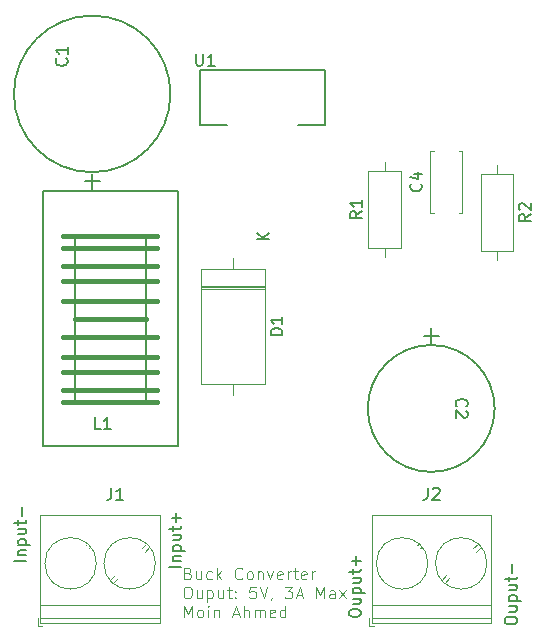
<source format=gbr>
%TF.GenerationSoftware,KiCad,Pcbnew,8.0.5*%
%TF.CreationDate,2024-10-22T15:17:33-04:00*%
%TF.ProjectId,buck_converter_lm2596_5V,6275636b-5f63-46f6-9e76-65727465725f,rev?*%
%TF.SameCoordinates,Original*%
%TF.FileFunction,Legend,Top*%
%TF.FilePolarity,Positive*%
%FSLAX46Y46*%
G04 Gerber Fmt 4.6, Leading zero omitted, Abs format (unit mm)*
G04 Created by KiCad (PCBNEW 8.0.5) date 2024-10-22 15:17:33*
%MOMM*%
%LPD*%
G01*
G04 APERTURE LIST*
%ADD10C,0.150000*%
%ADD11C,0.100000*%
%ADD12C,0.152400*%
%ADD13C,0.120000*%
%ADD14C,0.127000*%
%ADD15C,0.406400*%
G04 APERTURE END LIST*
D10*
X140839819Y-101771220D02*
X139839819Y-101771220D01*
X140173152Y-101295030D02*
X140839819Y-101295030D01*
X140268390Y-101295030D02*
X140220771Y-101247411D01*
X140220771Y-101247411D02*
X140173152Y-101152173D01*
X140173152Y-101152173D02*
X140173152Y-101009316D01*
X140173152Y-101009316D02*
X140220771Y-100914078D01*
X140220771Y-100914078D02*
X140316009Y-100866459D01*
X140316009Y-100866459D02*
X140839819Y-100866459D01*
X140173152Y-100390268D02*
X141173152Y-100390268D01*
X140220771Y-100390268D02*
X140173152Y-100295030D01*
X140173152Y-100295030D02*
X140173152Y-100104554D01*
X140173152Y-100104554D02*
X140220771Y-100009316D01*
X140220771Y-100009316D02*
X140268390Y-99961697D01*
X140268390Y-99961697D02*
X140363628Y-99914078D01*
X140363628Y-99914078D02*
X140649342Y-99914078D01*
X140649342Y-99914078D02*
X140744580Y-99961697D01*
X140744580Y-99961697D02*
X140792200Y-100009316D01*
X140792200Y-100009316D02*
X140839819Y-100104554D01*
X140839819Y-100104554D02*
X140839819Y-100295030D01*
X140839819Y-100295030D02*
X140792200Y-100390268D01*
X140173152Y-99056935D02*
X140839819Y-99056935D01*
X140173152Y-99485506D02*
X140696961Y-99485506D01*
X140696961Y-99485506D02*
X140792200Y-99437887D01*
X140792200Y-99437887D02*
X140839819Y-99342649D01*
X140839819Y-99342649D02*
X140839819Y-99199792D01*
X140839819Y-99199792D02*
X140792200Y-99104554D01*
X140792200Y-99104554D02*
X140744580Y-99056935D01*
X140173152Y-98723601D02*
X140173152Y-98342649D01*
X139839819Y-98580744D02*
X140696961Y-98580744D01*
X140696961Y-98580744D02*
X140792200Y-98533125D01*
X140792200Y-98533125D02*
X140839819Y-98437887D01*
X140839819Y-98437887D02*
X140839819Y-98342649D01*
X140458866Y-98009315D02*
X140458866Y-97247411D01*
X153920819Y-102279220D02*
X152920819Y-102279220D01*
X153254152Y-101803030D02*
X153920819Y-101803030D01*
X153349390Y-101803030D02*
X153301771Y-101755411D01*
X153301771Y-101755411D02*
X153254152Y-101660173D01*
X153254152Y-101660173D02*
X153254152Y-101517316D01*
X153254152Y-101517316D02*
X153301771Y-101422078D01*
X153301771Y-101422078D02*
X153397009Y-101374459D01*
X153397009Y-101374459D02*
X153920819Y-101374459D01*
X153254152Y-100898268D02*
X154254152Y-100898268D01*
X153301771Y-100898268D02*
X153254152Y-100803030D01*
X153254152Y-100803030D02*
X153254152Y-100612554D01*
X153254152Y-100612554D02*
X153301771Y-100517316D01*
X153301771Y-100517316D02*
X153349390Y-100469697D01*
X153349390Y-100469697D02*
X153444628Y-100422078D01*
X153444628Y-100422078D02*
X153730342Y-100422078D01*
X153730342Y-100422078D02*
X153825580Y-100469697D01*
X153825580Y-100469697D02*
X153873200Y-100517316D01*
X153873200Y-100517316D02*
X153920819Y-100612554D01*
X153920819Y-100612554D02*
X153920819Y-100803030D01*
X153920819Y-100803030D02*
X153873200Y-100898268D01*
X153254152Y-99564935D02*
X153920819Y-99564935D01*
X153254152Y-99993506D02*
X153777961Y-99993506D01*
X153777961Y-99993506D02*
X153873200Y-99945887D01*
X153873200Y-99945887D02*
X153920819Y-99850649D01*
X153920819Y-99850649D02*
X153920819Y-99707792D01*
X153920819Y-99707792D02*
X153873200Y-99612554D01*
X153873200Y-99612554D02*
X153825580Y-99564935D01*
X153254152Y-99231601D02*
X153254152Y-98850649D01*
X152920819Y-99088744D02*
X153777961Y-99088744D01*
X153777961Y-99088744D02*
X153873200Y-99041125D01*
X153873200Y-99041125D02*
X153920819Y-98945887D01*
X153920819Y-98945887D02*
X153920819Y-98850649D01*
X153539866Y-98517315D02*
X153539866Y-97755411D01*
X153920819Y-98136363D02*
X153158914Y-98136363D01*
D11*
X154561217Y-102808721D02*
X154704074Y-102856340D01*
X154704074Y-102856340D02*
X154751693Y-102903959D01*
X154751693Y-102903959D02*
X154799312Y-102999197D01*
X154799312Y-102999197D02*
X154799312Y-103142054D01*
X154799312Y-103142054D02*
X154751693Y-103237292D01*
X154751693Y-103237292D02*
X154704074Y-103284912D01*
X154704074Y-103284912D02*
X154608836Y-103332531D01*
X154608836Y-103332531D02*
X154227884Y-103332531D01*
X154227884Y-103332531D02*
X154227884Y-102332531D01*
X154227884Y-102332531D02*
X154561217Y-102332531D01*
X154561217Y-102332531D02*
X154656455Y-102380150D01*
X154656455Y-102380150D02*
X154704074Y-102427769D01*
X154704074Y-102427769D02*
X154751693Y-102523007D01*
X154751693Y-102523007D02*
X154751693Y-102618245D01*
X154751693Y-102618245D02*
X154704074Y-102713483D01*
X154704074Y-102713483D02*
X154656455Y-102761102D01*
X154656455Y-102761102D02*
X154561217Y-102808721D01*
X154561217Y-102808721D02*
X154227884Y-102808721D01*
X155656455Y-102665864D02*
X155656455Y-103332531D01*
X155227884Y-102665864D02*
X155227884Y-103189673D01*
X155227884Y-103189673D02*
X155275503Y-103284912D01*
X155275503Y-103284912D02*
X155370741Y-103332531D01*
X155370741Y-103332531D02*
X155513598Y-103332531D01*
X155513598Y-103332531D02*
X155608836Y-103284912D01*
X155608836Y-103284912D02*
X155656455Y-103237292D01*
X156561217Y-103284912D02*
X156465979Y-103332531D01*
X156465979Y-103332531D02*
X156275503Y-103332531D01*
X156275503Y-103332531D02*
X156180265Y-103284912D01*
X156180265Y-103284912D02*
X156132646Y-103237292D01*
X156132646Y-103237292D02*
X156085027Y-103142054D01*
X156085027Y-103142054D02*
X156085027Y-102856340D01*
X156085027Y-102856340D02*
X156132646Y-102761102D01*
X156132646Y-102761102D02*
X156180265Y-102713483D01*
X156180265Y-102713483D02*
X156275503Y-102665864D01*
X156275503Y-102665864D02*
X156465979Y-102665864D01*
X156465979Y-102665864D02*
X156561217Y-102713483D01*
X156989789Y-103332531D02*
X156989789Y-102332531D01*
X157085027Y-102951578D02*
X157370741Y-103332531D01*
X157370741Y-102665864D02*
X156989789Y-103046816D01*
X159132646Y-103237292D02*
X159085027Y-103284912D01*
X159085027Y-103284912D02*
X158942170Y-103332531D01*
X158942170Y-103332531D02*
X158846932Y-103332531D01*
X158846932Y-103332531D02*
X158704075Y-103284912D01*
X158704075Y-103284912D02*
X158608837Y-103189673D01*
X158608837Y-103189673D02*
X158561218Y-103094435D01*
X158561218Y-103094435D02*
X158513599Y-102903959D01*
X158513599Y-102903959D02*
X158513599Y-102761102D01*
X158513599Y-102761102D02*
X158561218Y-102570626D01*
X158561218Y-102570626D02*
X158608837Y-102475388D01*
X158608837Y-102475388D02*
X158704075Y-102380150D01*
X158704075Y-102380150D02*
X158846932Y-102332531D01*
X158846932Y-102332531D02*
X158942170Y-102332531D01*
X158942170Y-102332531D02*
X159085027Y-102380150D01*
X159085027Y-102380150D02*
X159132646Y-102427769D01*
X159704075Y-103332531D02*
X159608837Y-103284912D01*
X159608837Y-103284912D02*
X159561218Y-103237292D01*
X159561218Y-103237292D02*
X159513599Y-103142054D01*
X159513599Y-103142054D02*
X159513599Y-102856340D01*
X159513599Y-102856340D02*
X159561218Y-102761102D01*
X159561218Y-102761102D02*
X159608837Y-102713483D01*
X159608837Y-102713483D02*
X159704075Y-102665864D01*
X159704075Y-102665864D02*
X159846932Y-102665864D01*
X159846932Y-102665864D02*
X159942170Y-102713483D01*
X159942170Y-102713483D02*
X159989789Y-102761102D01*
X159989789Y-102761102D02*
X160037408Y-102856340D01*
X160037408Y-102856340D02*
X160037408Y-103142054D01*
X160037408Y-103142054D02*
X159989789Y-103237292D01*
X159989789Y-103237292D02*
X159942170Y-103284912D01*
X159942170Y-103284912D02*
X159846932Y-103332531D01*
X159846932Y-103332531D02*
X159704075Y-103332531D01*
X160465980Y-102665864D02*
X160465980Y-103332531D01*
X160465980Y-102761102D02*
X160513599Y-102713483D01*
X160513599Y-102713483D02*
X160608837Y-102665864D01*
X160608837Y-102665864D02*
X160751694Y-102665864D01*
X160751694Y-102665864D02*
X160846932Y-102713483D01*
X160846932Y-102713483D02*
X160894551Y-102808721D01*
X160894551Y-102808721D02*
X160894551Y-103332531D01*
X161275504Y-102665864D02*
X161513599Y-103332531D01*
X161513599Y-103332531D02*
X161751694Y-102665864D01*
X162513599Y-103284912D02*
X162418361Y-103332531D01*
X162418361Y-103332531D02*
X162227885Y-103332531D01*
X162227885Y-103332531D02*
X162132647Y-103284912D01*
X162132647Y-103284912D02*
X162085028Y-103189673D01*
X162085028Y-103189673D02*
X162085028Y-102808721D01*
X162085028Y-102808721D02*
X162132647Y-102713483D01*
X162132647Y-102713483D02*
X162227885Y-102665864D01*
X162227885Y-102665864D02*
X162418361Y-102665864D01*
X162418361Y-102665864D02*
X162513599Y-102713483D01*
X162513599Y-102713483D02*
X162561218Y-102808721D01*
X162561218Y-102808721D02*
X162561218Y-102903959D01*
X162561218Y-102903959D02*
X162085028Y-102999197D01*
X162989790Y-103332531D02*
X162989790Y-102665864D01*
X162989790Y-102856340D02*
X163037409Y-102761102D01*
X163037409Y-102761102D02*
X163085028Y-102713483D01*
X163085028Y-102713483D02*
X163180266Y-102665864D01*
X163180266Y-102665864D02*
X163275504Y-102665864D01*
X163465981Y-102665864D02*
X163846933Y-102665864D01*
X163608838Y-102332531D02*
X163608838Y-103189673D01*
X163608838Y-103189673D02*
X163656457Y-103284912D01*
X163656457Y-103284912D02*
X163751695Y-103332531D01*
X163751695Y-103332531D02*
X163846933Y-103332531D01*
X164561219Y-103284912D02*
X164465981Y-103332531D01*
X164465981Y-103332531D02*
X164275505Y-103332531D01*
X164275505Y-103332531D02*
X164180267Y-103284912D01*
X164180267Y-103284912D02*
X164132648Y-103189673D01*
X164132648Y-103189673D02*
X164132648Y-102808721D01*
X164132648Y-102808721D02*
X164180267Y-102713483D01*
X164180267Y-102713483D02*
X164275505Y-102665864D01*
X164275505Y-102665864D02*
X164465981Y-102665864D01*
X164465981Y-102665864D02*
X164561219Y-102713483D01*
X164561219Y-102713483D02*
X164608838Y-102808721D01*
X164608838Y-102808721D02*
X164608838Y-102903959D01*
X164608838Y-102903959D02*
X164132648Y-102999197D01*
X165037410Y-103332531D02*
X165037410Y-102665864D01*
X165037410Y-102856340D02*
X165085029Y-102761102D01*
X165085029Y-102761102D02*
X165132648Y-102713483D01*
X165132648Y-102713483D02*
X165227886Y-102665864D01*
X165227886Y-102665864D02*
X165323124Y-102665864D01*
X154418360Y-103942475D02*
X154608836Y-103942475D01*
X154608836Y-103942475D02*
X154704074Y-103990094D01*
X154704074Y-103990094D02*
X154799312Y-104085332D01*
X154799312Y-104085332D02*
X154846931Y-104275808D01*
X154846931Y-104275808D02*
X154846931Y-104609141D01*
X154846931Y-104609141D02*
X154799312Y-104799617D01*
X154799312Y-104799617D02*
X154704074Y-104894856D01*
X154704074Y-104894856D02*
X154608836Y-104942475D01*
X154608836Y-104942475D02*
X154418360Y-104942475D01*
X154418360Y-104942475D02*
X154323122Y-104894856D01*
X154323122Y-104894856D02*
X154227884Y-104799617D01*
X154227884Y-104799617D02*
X154180265Y-104609141D01*
X154180265Y-104609141D02*
X154180265Y-104275808D01*
X154180265Y-104275808D02*
X154227884Y-104085332D01*
X154227884Y-104085332D02*
X154323122Y-103990094D01*
X154323122Y-103990094D02*
X154418360Y-103942475D01*
X155704074Y-104275808D02*
X155704074Y-104942475D01*
X155275503Y-104275808D02*
X155275503Y-104799617D01*
X155275503Y-104799617D02*
X155323122Y-104894856D01*
X155323122Y-104894856D02*
X155418360Y-104942475D01*
X155418360Y-104942475D02*
X155561217Y-104942475D01*
X155561217Y-104942475D02*
X155656455Y-104894856D01*
X155656455Y-104894856D02*
X155704074Y-104847236D01*
X156180265Y-104275808D02*
X156180265Y-105275808D01*
X156180265Y-104323427D02*
X156275503Y-104275808D01*
X156275503Y-104275808D02*
X156465979Y-104275808D01*
X156465979Y-104275808D02*
X156561217Y-104323427D01*
X156561217Y-104323427D02*
X156608836Y-104371046D01*
X156608836Y-104371046D02*
X156656455Y-104466284D01*
X156656455Y-104466284D02*
X156656455Y-104751998D01*
X156656455Y-104751998D02*
X156608836Y-104847236D01*
X156608836Y-104847236D02*
X156561217Y-104894856D01*
X156561217Y-104894856D02*
X156465979Y-104942475D01*
X156465979Y-104942475D02*
X156275503Y-104942475D01*
X156275503Y-104942475D02*
X156180265Y-104894856D01*
X157513598Y-104275808D02*
X157513598Y-104942475D01*
X157085027Y-104275808D02*
X157085027Y-104799617D01*
X157085027Y-104799617D02*
X157132646Y-104894856D01*
X157132646Y-104894856D02*
X157227884Y-104942475D01*
X157227884Y-104942475D02*
X157370741Y-104942475D01*
X157370741Y-104942475D02*
X157465979Y-104894856D01*
X157465979Y-104894856D02*
X157513598Y-104847236D01*
X157846932Y-104275808D02*
X158227884Y-104275808D01*
X157989789Y-103942475D02*
X157989789Y-104799617D01*
X157989789Y-104799617D02*
X158037408Y-104894856D01*
X158037408Y-104894856D02*
X158132646Y-104942475D01*
X158132646Y-104942475D02*
X158227884Y-104942475D01*
X158561218Y-104847236D02*
X158608837Y-104894856D01*
X158608837Y-104894856D02*
X158561218Y-104942475D01*
X158561218Y-104942475D02*
X158513599Y-104894856D01*
X158513599Y-104894856D02*
X158561218Y-104847236D01*
X158561218Y-104847236D02*
X158561218Y-104942475D01*
X158561218Y-104323427D02*
X158608837Y-104371046D01*
X158608837Y-104371046D02*
X158561218Y-104418665D01*
X158561218Y-104418665D02*
X158513599Y-104371046D01*
X158513599Y-104371046D02*
X158561218Y-104323427D01*
X158561218Y-104323427D02*
X158561218Y-104418665D01*
X160275503Y-103942475D02*
X159799313Y-103942475D01*
X159799313Y-103942475D02*
X159751694Y-104418665D01*
X159751694Y-104418665D02*
X159799313Y-104371046D01*
X159799313Y-104371046D02*
X159894551Y-104323427D01*
X159894551Y-104323427D02*
X160132646Y-104323427D01*
X160132646Y-104323427D02*
X160227884Y-104371046D01*
X160227884Y-104371046D02*
X160275503Y-104418665D01*
X160275503Y-104418665D02*
X160323122Y-104513903D01*
X160323122Y-104513903D02*
X160323122Y-104751998D01*
X160323122Y-104751998D02*
X160275503Y-104847236D01*
X160275503Y-104847236D02*
X160227884Y-104894856D01*
X160227884Y-104894856D02*
X160132646Y-104942475D01*
X160132646Y-104942475D02*
X159894551Y-104942475D01*
X159894551Y-104942475D02*
X159799313Y-104894856D01*
X159799313Y-104894856D02*
X159751694Y-104847236D01*
X160608837Y-103942475D02*
X160942170Y-104942475D01*
X160942170Y-104942475D02*
X161275503Y-103942475D01*
X161656456Y-104894856D02*
X161656456Y-104942475D01*
X161656456Y-104942475D02*
X161608837Y-105037713D01*
X161608837Y-105037713D02*
X161561218Y-105085332D01*
X162751694Y-103942475D02*
X163370741Y-103942475D01*
X163370741Y-103942475D02*
X163037408Y-104323427D01*
X163037408Y-104323427D02*
X163180265Y-104323427D01*
X163180265Y-104323427D02*
X163275503Y-104371046D01*
X163275503Y-104371046D02*
X163323122Y-104418665D01*
X163323122Y-104418665D02*
X163370741Y-104513903D01*
X163370741Y-104513903D02*
X163370741Y-104751998D01*
X163370741Y-104751998D02*
X163323122Y-104847236D01*
X163323122Y-104847236D02*
X163275503Y-104894856D01*
X163275503Y-104894856D02*
X163180265Y-104942475D01*
X163180265Y-104942475D02*
X162894551Y-104942475D01*
X162894551Y-104942475D02*
X162799313Y-104894856D01*
X162799313Y-104894856D02*
X162751694Y-104847236D01*
X163751694Y-104656760D02*
X164227884Y-104656760D01*
X163656456Y-104942475D02*
X163989789Y-103942475D01*
X163989789Y-103942475D02*
X164323122Y-104942475D01*
X165418361Y-104942475D02*
X165418361Y-103942475D01*
X165418361Y-103942475D02*
X165751694Y-104656760D01*
X165751694Y-104656760D02*
X166085027Y-103942475D01*
X166085027Y-103942475D02*
X166085027Y-104942475D01*
X166989789Y-104942475D02*
X166989789Y-104418665D01*
X166989789Y-104418665D02*
X166942170Y-104323427D01*
X166942170Y-104323427D02*
X166846932Y-104275808D01*
X166846932Y-104275808D02*
X166656456Y-104275808D01*
X166656456Y-104275808D02*
X166561218Y-104323427D01*
X166989789Y-104894856D02*
X166894551Y-104942475D01*
X166894551Y-104942475D02*
X166656456Y-104942475D01*
X166656456Y-104942475D02*
X166561218Y-104894856D01*
X166561218Y-104894856D02*
X166513599Y-104799617D01*
X166513599Y-104799617D02*
X166513599Y-104704379D01*
X166513599Y-104704379D02*
X166561218Y-104609141D01*
X166561218Y-104609141D02*
X166656456Y-104561522D01*
X166656456Y-104561522D02*
X166894551Y-104561522D01*
X166894551Y-104561522D02*
X166989789Y-104513903D01*
X167370742Y-104942475D02*
X167894551Y-104275808D01*
X167370742Y-104275808D02*
X167894551Y-104942475D01*
X154227884Y-106552419D02*
X154227884Y-105552419D01*
X154227884Y-105552419D02*
X154561217Y-106266704D01*
X154561217Y-106266704D02*
X154894550Y-105552419D01*
X154894550Y-105552419D02*
X154894550Y-106552419D01*
X155513598Y-106552419D02*
X155418360Y-106504800D01*
X155418360Y-106504800D02*
X155370741Y-106457180D01*
X155370741Y-106457180D02*
X155323122Y-106361942D01*
X155323122Y-106361942D02*
X155323122Y-106076228D01*
X155323122Y-106076228D02*
X155370741Y-105980990D01*
X155370741Y-105980990D02*
X155418360Y-105933371D01*
X155418360Y-105933371D02*
X155513598Y-105885752D01*
X155513598Y-105885752D02*
X155656455Y-105885752D01*
X155656455Y-105885752D02*
X155751693Y-105933371D01*
X155751693Y-105933371D02*
X155799312Y-105980990D01*
X155799312Y-105980990D02*
X155846931Y-106076228D01*
X155846931Y-106076228D02*
X155846931Y-106361942D01*
X155846931Y-106361942D02*
X155799312Y-106457180D01*
X155799312Y-106457180D02*
X155751693Y-106504800D01*
X155751693Y-106504800D02*
X155656455Y-106552419D01*
X155656455Y-106552419D02*
X155513598Y-106552419D01*
X156275503Y-106552419D02*
X156275503Y-105885752D01*
X156275503Y-105552419D02*
X156227884Y-105600038D01*
X156227884Y-105600038D02*
X156275503Y-105647657D01*
X156275503Y-105647657D02*
X156323122Y-105600038D01*
X156323122Y-105600038D02*
X156275503Y-105552419D01*
X156275503Y-105552419D02*
X156275503Y-105647657D01*
X156751693Y-105885752D02*
X156751693Y-106552419D01*
X156751693Y-105980990D02*
X156799312Y-105933371D01*
X156799312Y-105933371D02*
X156894550Y-105885752D01*
X156894550Y-105885752D02*
X157037407Y-105885752D01*
X157037407Y-105885752D02*
X157132645Y-105933371D01*
X157132645Y-105933371D02*
X157180264Y-106028609D01*
X157180264Y-106028609D02*
X157180264Y-106552419D01*
X158370741Y-106266704D02*
X158846931Y-106266704D01*
X158275503Y-106552419D02*
X158608836Y-105552419D01*
X158608836Y-105552419D02*
X158942169Y-106552419D01*
X159275503Y-106552419D02*
X159275503Y-105552419D01*
X159704074Y-106552419D02*
X159704074Y-106028609D01*
X159704074Y-106028609D02*
X159656455Y-105933371D01*
X159656455Y-105933371D02*
X159561217Y-105885752D01*
X159561217Y-105885752D02*
X159418360Y-105885752D01*
X159418360Y-105885752D02*
X159323122Y-105933371D01*
X159323122Y-105933371D02*
X159275503Y-105980990D01*
X160180265Y-106552419D02*
X160180265Y-105885752D01*
X160180265Y-105980990D02*
X160227884Y-105933371D01*
X160227884Y-105933371D02*
X160323122Y-105885752D01*
X160323122Y-105885752D02*
X160465979Y-105885752D01*
X160465979Y-105885752D02*
X160561217Y-105933371D01*
X160561217Y-105933371D02*
X160608836Y-106028609D01*
X160608836Y-106028609D02*
X160608836Y-106552419D01*
X160608836Y-106028609D02*
X160656455Y-105933371D01*
X160656455Y-105933371D02*
X160751693Y-105885752D01*
X160751693Y-105885752D02*
X160894550Y-105885752D01*
X160894550Y-105885752D02*
X160989789Y-105933371D01*
X160989789Y-105933371D02*
X161037408Y-106028609D01*
X161037408Y-106028609D02*
X161037408Y-106552419D01*
X161894550Y-106504800D02*
X161799312Y-106552419D01*
X161799312Y-106552419D02*
X161608836Y-106552419D01*
X161608836Y-106552419D02*
X161513598Y-106504800D01*
X161513598Y-106504800D02*
X161465979Y-106409561D01*
X161465979Y-106409561D02*
X161465979Y-106028609D01*
X161465979Y-106028609D02*
X161513598Y-105933371D01*
X161513598Y-105933371D02*
X161608836Y-105885752D01*
X161608836Y-105885752D02*
X161799312Y-105885752D01*
X161799312Y-105885752D02*
X161894550Y-105933371D01*
X161894550Y-105933371D02*
X161942169Y-106028609D01*
X161942169Y-106028609D02*
X161942169Y-106123847D01*
X161942169Y-106123847D02*
X161465979Y-106219085D01*
X162799312Y-106552419D02*
X162799312Y-105552419D01*
X162799312Y-106504800D02*
X162704074Y-106552419D01*
X162704074Y-106552419D02*
X162513598Y-106552419D01*
X162513598Y-106552419D02*
X162418360Y-106504800D01*
X162418360Y-106504800D02*
X162370741Y-106457180D01*
X162370741Y-106457180D02*
X162323122Y-106361942D01*
X162323122Y-106361942D02*
X162323122Y-106076228D01*
X162323122Y-106076228D02*
X162370741Y-105980990D01*
X162370741Y-105980990D02*
X162418360Y-105933371D01*
X162418360Y-105933371D02*
X162513598Y-105885752D01*
X162513598Y-105885752D02*
X162704074Y-105885752D01*
X162704074Y-105885752D02*
X162799312Y-105933371D01*
D10*
X168160819Y-106279744D02*
X168160819Y-106089268D01*
X168160819Y-106089268D02*
X168208438Y-105994030D01*
X168208438Y-105994030D02*
X168303676Y-105898792D01*
X168303676Y-105898792D02*
X168494152Y-105851173D01*
X168494152Y-105851173D02*
X168827485Y-105851173D01*
X168827485Y-105851173D02*
X169017961Y-105898792D01*
X169017961Y-105898792D02*
X169113200Y-105994030D01*
X169113200Y-105994030D02*
X169160819Y-106089268D01*
X169160819Y-106089268D02*
X169160819Y-106279744D01*
X169160819Y-106279744D02*
X169113200Y-106374982D01*
X169113200Y-106374982D02*
X169017961Y-106470220D01*
X169017961Y-106470220D02*
X168827485Y-106517839D01*
X168827485Y-106517839D02*
X168494152Y-106517839D01*
X168494152Y-106517839D02*
X168303676Y-106470220D01*
X168303676Y-106470220D02*
X168208438Y-106374982D01*
X168208438Y-106374982D02*
X168160819Y-106279744D01*
X168494152Y-104994030D02*
X169160819Y-104994030D01*
X168494152Y-105422601D02*
X169017961Y-105422601D01*
X169017961Y-105422601D02*
X169113200Y-105374982D01*
X169113200Y-105374982D02*
X169160819Y-105279744D01*
X169160819Y-105279744D02*
X169160819Y-105136887D01*
X169160819Y-105136887D02*
X169113200Y-105041649D01*
X169113200Y-105041649D02*
X169065580Y-104994030D01*
X168494152Y-104517839D02*
X169494152Y-104517839D01*
X168541771Y-104517839D02*
X168494152Y-104422601D01*
X168494152Y-104422601D02*
X168494152Y-104232125D01*
X168494152Y-104232125D02*
X168541771Y-104136887D01*
X168541771Y-104136887D02*
X168589390Y-104089268D01*
X168589390Y-104089268D02*
X168684628Y-104041649D01*
X168684628Y-104041649D02*
X168970342Y-104041649D01*
X168970342Y-104041649D02*
X169065580Y-104089268D01*
X169065580Y-104089268D02*
X169113200Y-104136887D01*
X169113200Y-104136887D02*
X169160819Y-104232125D01*
X169160819Y-104232125D02*
X169160819Y-104422601D01*
X169160819Y-104422601D02*
X169113200Y-104517839D01*
X168494152Y-103184506D02*
X169160819Y-103184506D01*
X168494152Y-103613077D02*
X169017961Y-103613077D01*
X169017961Y-103613077D02*
X169113200Y-103565458D01*
X169113200Y-103565458D02*
X169160819Y-103470220D01*
X169160819Y-103470220D02*
X169160819Y-103327363D01*
X169160819Y-103327363D02*
X169113200Y-103232125D01*
X169113200Y-103232125D02*
X169065580Y-103184506D01*
X168494152Y-102851172D02*
X168494152Y-102470220D01*
X168160819Y-102708315D02*
X169017961Y-102708315D01*
X169017961Y-102708315D02*
X169113200Y-102660696D01*
X169113200Y-102660696D02*
X169160819Y-102565458D01*
X169160819Y-102565458D02*
X169160819Y-102470220D01*
X168779866Y-102136886D02*
X168779866Y-101374982D01*
X169160819Y-101755934D02*
X168398914Y-101755934D01*
X181368819Y-106914744D02*
X181368819Y-106724268D01*
X181368819Y-106724268D02*
X181416438Y-106629030D01*
X181416438Y-106629030D02*
X181511676Y-106533792D01*
X181511676Y-106533792D02*
X181702152Y-106486173D01*
X181702152Y-106486173D02*
X182035485Y-106486173D01*
X182035485Y-106486173D02*
X182225961Y-106533792D01*
X182225961Y-106533792D02*
X182321200Y-106629030D01*
X182321200Y-106629030D02*
X182368819Y-106724268D01*
X182368819Y-106724268D02*
X182368819Y-106914744D01*
X182368819Y-106914744D02*
X182321200Y-107009982D01*
X182321200Y-107009982D02*
X182225961Y-107105220D01*
X182225961Y-107105220D02*
X182035485Y-107152839D01*
X182035485Y-107152839D02*
X181702152Y-107152839D01*
X181702152Y-107152839D02*
X181511676Y-107105220D01*
X181511676Y-107105220D02*
X181416438Y-107009982D01*
X181416438Y-107009982D02*
X181368819Y-106914744D01*
X181702152Y-105629030D02*
X182368819Y-105629030D01*
X181702152Y-106057601D02*
X182225961Y-106057601D01*
X182225961Y-106057601D02*
X182321200Y-106009982D01*
X182321200Y-106009982D02*
X182368819Y-105914744D01*
X182368819Y-105914744D02*
X182368819Y-105771887D01*
X182368819Y-105771887D02*
X182321200Y-105676649D01*
X182321200Y-105676649D02*
X182273580Y-105629030D01*
X181702152Y-105152839D02*
X182702152Y-105152839D01*
X181749771Y-105152839D02*
X181702152Y-105057601D01*
X181702152Y-105057601D02*
X181702152Y-104867125D01*
X181702152Y-104867125D02*
X181749771Y-104771887D01*
X181749771Y-104771887D02*
X181797390Y-104724268D01*
X181797390Y-104724268D02*
X181892628Y-104676649D01*
X181892628Y-104676649D02*
X182178342Y-104676649D01*
X182178342Y-104676649D02*
X182273580Y-104724268D01*
X182273580Y-104724268D02*
X182321200Y-104771887D01*
X182321200Y-104771887D02*
X182368819Y-104867125D01*
X182368819Y-104867125D02*
X182368819Y-105057601D01*
X182368819Y-105057601D02*
X182321200Y-105152839D01*
X181702152Y-103819506D02*
X182368819Y-103819506D01*
X181702152Y-104248077D02*
X182225961Y-104248077D01*
X182225961Y-104248077D02*
X182321200Y-104200458D01*
X182321200Y-104200458D02*
X182368819Y-104105220D01*
X182368819Y-104105220D02*
X182368819Y-103962363D01*
X182368819Y-103962363D02*
X182321200Y-103867125D01*
X182321200Y-103867125D02*
X182273580Y-103819506D01*
X181702152Y-103486172D02*
X181702152Y-103105220D01*
X181368819Y-103343315D02*
X182225961Y-103343315D01*
X182225961Y-103343315D02*
X182321200Y-103295696D01*
X182321200Y-103295696D02*
X182368819Y-103200458D01*
X182368819Y-103200458D02*
X182368819Y-103105220D01*
X181987866Y-102771886D02*
X181987866Y-102009982D01*
X155219495Y-58840019D02*
X155219495Y-59649542D01*
X155219495Y-59649542D02*
X155267114Y-59744780D01*
X155267114Y-59744780D02*
X155314733Y-59792400D01*
X155314733Y-59792400D02*
X155409971Y-59840019D01*
X155409971Y-59840019D02*
X155600447Y-59840019D01*
X155600447Y-59840019D02*
X155695685Y-59792400D01*
X155695685Y-59792400D02*
X155743304Y-59744780D01*
X155743304Y-59744780D02*
X155790923Y-59649542D01*
X155790923Y-59649542D02*
X155790923Y-58840019D01*
X156790923Y-59840019D02*
X156219495Y-59840019D01*
X156505209Y-59840019D02*
X156505209Y-58840019D01*
X156505209Y-58840019D02*
X156409971Y-58982876D01*
X156409971Y-58982876D02*
X156314733Y-59078114D01*
X156314733Y-59078114D02*
X156219495Y-59125733D01*
X174262580Y-69849666D02*
X174310200Y-69897285D01*
X174310200Y-69897285D02*
X174357819Y-70040142D01*
X174357819Y-70040142D02*
X174357819Y-70135380D01*
X174357819Y-70135380D02*
X174310200Y-70278237D01*
X174310200Y-70278237D02*
X174214961Y-70373475D01*
X174214961Y-70373475D02*
X174119723Y-70421094D01*
X174119723Y-70421094D02*
X173929247Y-70468713D01*
X173929247Y-70468713D02*
X173786390Y-70468713D01*
X173786390Y-70468713D02*
X173595914Y-70421094D01*
X173595914Y-70421094D02*
X173500676Y-70373475D01*
X173500676Y-70373475D02*
X173405438Y-70278237D01*
X173405438Y-70278237D02*
X173357819Y-70135380D01*
X173357819Y-70135380D02*
X173357819Y-70040142D01*
X173357819Y-70040142D02*
X173405438Y-69897285D01*
X173405438Y-69897285D02*
X173453057Y-69849666D01*
X173691152Y-68992523D02*
X174357819Y-68992523D01*
X173310200Y-69230618D02*
X174024485Y-69468713D01*
X174024485Y-69468713D02*
X174024485Y-68849666D01*
X148042666Y-95585819D02*
X148042666Y-96300104D01*
X148042666Y-96300104D02*
X147995047Y-96442961D01*
X147995047Y-96442961D02*
X147899809Y-96538200D01*
X147899809Y-96538200D02*
X147756952Y-96585819D01*
X147756952Y-96585819D02*
X147661714Y-96585819D01*
X149042666Y-96585819D02*
X148471238Y-96585819D01*
X148756952Y-96585819D02*
X148756952Y-95585819D01*
X148756952Y-95585819D02*
X148661714Y-95728676D01*
X148661714Y-95728676D02*
X148566476Y-95823914D01*
X148566476Y-95823914D02*
X148471238Y-95871533D01*
X169280819Y-72175666D02*
X168804628Y-72508999D01*
X169280819Y-72747094D02*
X168280819Y-72747094D01*
X168280819Y-72747094D02*
X168280819Y-72366142D01*
X168280819Y-72366142D02*
X168328438Y-72270904D01*
X168328438Y-72270904D02*
X168376057Y-72223285D01*
X168376057Y-72223285D02*
X168471295Y-72175666D01*
X168471295Y-72175666D02*
X168614152Y-72175666D01*
X168614152Y-72175666D02*
X168709390Y-72223285D01*
X168709390Y-72223285D02*
X168757009Y-72270904D01*
X168757009Y-72270904D02*
X168804628Y-72366142D01*
X168804628Y-72366142D02*
X168804628Y-72747094D01*
X169280819Y-71223285D02*
X169280819Y-71794713D01*
X169280819Y-71508999D02*
X168280819Y-71508999D01*
X168280819Y-71508999D02*
X168423676Y-71604237D01*
X168423676Y-71604237D02*
X168518914Y-71699475D01*
X168518914Y-71699475D02*
X168566533Y-71794713D01*
X174839666Y-95585819D02*
X174839666Y-96300104D01*
X174839666Y-96300104D02*
X174792047Y-96442961D01*
X174792047Y-96442961D02*
X174696809Y-96538200D01*
X174696809Y-96538200D02*
X174553952Y-96585819D01*
X174553952Y-96585819D02*
X174458714Y-96585819D01*
X175268238Y-95681057D02*
X175315857Y-95633438D01*
X175315857Y-95633438D02*
X175411095Y-95585819D01*
X175411095Y-95585819D02*
X175649190Y-95585819D01*
X175649190Y-95585819D02*
X175744428Y-95633438D01*
X175744428Y-95633438D02*
X175792047Y-95681057D01*
X175792047Y-95681057D02*
X175839666Y-95776295D01*
X175839666Y-95776295D02*
X175839666Y-95871533D01*
X175839666Y-95871533D02*
X175792047Y-96014390D01*
X175792047Y-96014390D02*
X175220619Y-96585819D01*
X175220619Y-96585819D02*
X175839666Y-96585819D01*
X147153333Y-90624819D02*
X146677143Y-90624819D01*
X146677143Y-90624819D02*
X146677143Y-89624819D01*
X148010476Y-90624819D02*
X147439048Y-90624819D01*
X147724762Y-90624819D02*
X147724762Y-89624819D01*
X147724762Y-89624819D02*
X147629524Y-89767676D01*
X147629524Y-89767676D02*
X147534286Y-89862914D01*
X147534286Y-89862914D02*
X147439048Y-89910533D01*
X177313419Y-88695233D02*
X177265800Y-88647614D01*
X177265800Y-88647614D02*
X177218180Y-88504757D01*
X177218180Y-88504757D02*
X177218180Y-88409519D01*
X177218180Y-88409519D02*
X177265800Y-88266662D01*
X177265800Y-88266662D02*
X177361038Y-88171424D01*
X177361038Y-88171424D02*
X177456276Y-88123805D01*
X177456276Y-88123805D02*
X177646752Y-88076186D01*
X177646752Y-88076186D02*
X177789609Y-88076186D01*
X177789609Y-88076186D02*
X177980085Y-88123805D01*
X177980085Y-88123805D02*
X178075323Y-88171424D01*
X178075323Y-88171424D02*
X178170561Y-88266662D01*
X178170561Y-88266662D02*
X178218180Y-88409519D01*
X178218180Y-88409519D02*
X178218180Y-88504757D01*
X178218180Y-88504757D02*
X178170561Y-88647614D01*
X178170561Y-88647614D02*
X178122942Y-88695233D01*
X178122942Y-89076186D02*
X178170561Y-89123805D01*
X178170561Y-89123805D02*
X178218180Y-89219043D01*
X178218180Y-89219043D02*
X178218180Y-89457138D01*
X178218180Y-89457138D02*
X178170561Y-89552376D01*
X178170561Y-89552376D02*
X178122942Y-89599995D01*
X178122942Y-89599995D02*
X178027704Y-89647614D01*
X178027704Y-89647614D02*
X177932466Y-89647614D01*
X177932466Y-89647614D02*
X177789609Y-89599995D01*
X177789609Y-89599995D02*
X177218180Y-89028567D01*
X177218180Y-89028567D02*
X177218180Y-89647614D01*
X162543819Y-82653094D02*
X161543819Y-82653094D01*
X161543819Y-82653094D02*
X161543819Y-82414999D01*
X161543819Y-82414999D02*
X161591438Y-82272142D01*
X161591438Y-82272142D02*
X161686676Y-82176904D01*
X161686676Y-82176904D02*
X161781914Y-82129285D01*
X161781914Y-82129285D02*
X161972390Y-82081666D01*
X161972390Y-82081666D02*
X162115247Y-82081666D01*
X162115247Y-82081666D02*
X162305723Y-82129285D01*
X162305723Y-82129285D02*
X162400961Y-82176904D01*
X162400961Y-82176904D02*
X162496200Y-82272142D01*
X162496200Y-82272142D02*
X162543819Y-82414999D01*
X162543819Y-82414999D02*
X162543819Y-82653094D01*
X162543819Y-81129285D02*
X162543819Y-81700713D01*
X162543819Y-81414999D02*
X161543819Y-81414999D01*
X161543819Y-81414999D02*
X161686676Y-81510237D01*
X161686676Y-81510237D02*
X161781914Y-81605475D01*
X161781914Y-81605475D02*
X161829533Y-81700713D01*
X161423819Y-74556904D02*
X160423819Y-74556904D01*
X161423819Y-73985476D02*
X160852390Y-74414047D01*
X160423819Y-73985476D02*
X160995247Y-74556904D01*
X144250580Y-59221666D02*
X144298200Y-59269285D01*
X144298200Y-59269285D02*
X144345819Y-59412142D01*
X144345819Y-59412142D02*
X144345819Y-59507380D01*
X144345819Y-59507380D02*
X144298200Y-59650237D01*
X144298200Y-59650237D02*
X144202961Y-59745475D01*
X144202961Y-59745475D02*
X144107723Y-59793094D01*
X144107723Y-59793094D02*
X143917247Y-59840713D01*
X143917247Y-59840713D02*
X143774390Y-59840713D01*
X143774390Y-59840713D02*
X143583914Y-59793094D01*
X143583914Y-59793094D02*
X143488676Y-59745475D01*
X143488676Y-59745475D02*
X143393438Y-59650237D01*
X143393438Y-59650237D02*
X143345819Y-59507380D01*
X143345819Y-59507380D02*
X143345819Y-59412142D01*
X143345819Y-59412142D02*
X143393438Y-59269285D01*
X143393438Y-59269285D02*
X143441057Y-59221666D01*
X144345819Y-58269285D02*
X144345819Y-58840713D01*
X144345819Y-58554999D02*
X143345819Y-58554999D01*
X143345819Y-58554999D02*
X143488676Y-58650237D01*
X143488676Y-58650237D02*
X143583914Y-58745475D01*
X143583914Y-58745475D02*
X143631533Y-58840713D01*
X183545819Y-72429666D02*
X183069628Y-72762999D01*
X183545819Y-73001094D02*
X182545819Y-73001094D01*
X182545819Y-73001094D02*
X182545819Y-72620142D01*
X182545819Y-72620142D02*
X182593438Y-72524904D01*
X182593438Y-72524904D02*
X182641057Y-72477285D01*
X182641057Y-72477285D02*
X182736295Y-72429666D01*
X182736295Y-72429666D02*
X182879152Y-72429666D01*
X182879152Y-72429666D02*
X182974390Y-72477285D01*
X182974390Y-72477285D02*
X183022009Y-72524904D01*
X183022009Y-72524904D02*
X183069628Y-72620142D01*
X183069628Y-72620142D02*
X183069628Y-73001094D01*
X182641057Y-72048713D02*
X182593438Y-72001094D01*
X182593438Y-72001094D02*
X182545819Y-71905856D01*
X182545819Y-71905856D02*
X182545819Y-71667761D01*
X182545819Y-71667761D02*
X182593438Y-71572523D01*
X182593438Y-71572523D02*
X182641057Y-71524904D01*
X182641057Y-71524904D02*
X182736295Y-71477285D01*
X182736295Y-71477285D02*
X182831533Y-71477285D01*
X182831533Y-71477285D02*
X182974390Y-71524904D01*
X182974390Y-71524904D02*
X183545819Y-72096332D01*
X183545819Y-72096332D02*
X183545819Y-71477285D01*
D12*
%TO.C,U1*%
X155549600Y-60172600D02*
X155549600Y-64871600D01*
X155549600Y-64871600D02*
X157835600Y-64871600D01*
X163830000Y-64871600D02*
X166116000Y-64871600D01*
X166116000Y-60172600D02*
X155549600Y-60172600D01*
X166116000Y-64871600D02*
X166116000Y-60172600D01*
D13*
%TO.C,C4*%
X175033000Y-67063000D02*
X175348000Y-67063000D01*
X175033000Y-72303000D02*
X175033000Y-67063000D01*
X175033000Y-72303000D02*
X175348000Y-72303000D01*
X177458000Y-67063000D02*
X177773000Y-67063000D01*
X177458000Y-72303000D02*
X177773000Y-72303000D01*
X177773000Y-72303000D02*
X177773000Y-67063000D01*
%TO.C,J1*%
X141806000Y-106641000D02*
X141806000Y-107281000D01*
X141806000Y-107281000D02*
X142206000Y-107281000D01*
X142046000Y-97921000D02*
X142046000Y-107041000D01*
X142046000Y-97921000D02*
X152166000Y-97921000D01*
X142046000Y-105481000D02*
X152166000Y-105481000D01*
X142046000Y-106581000D02*
X152166000Y-106581000D01*
X142046000Y-107041000D02*
X152166000Y-107041000D01*
X143058000Y-103262000D02*
X142952000Y-103369000D01*
X143324000Y-103528000D02*
X143218000Y-103635000D01*
X145994000Y-100327000D02*
X145887000Y-100434000D01*
X146260000Y-100593000D02*
X146153000Y-100700000D01*
X148348000Y-102973000D02*
X147953000Y-103369000D01*
X148599000Y-103255000D02*
X148219000Y-103635000D01*
X150994000Y-100327000D02*
X150614000Y-100707000D01*
X151260000Y-100593000D02*
X150865000Y-100989000D01*
X152166000Y-97921000D02*
X152166000Y-107041000D01*
X146786000Y-101981000D02*
G75*
G02*
X142426000Y-101981000I-2180000J0D01*
G01*
X142426000Y-101981000D02*
G75*
G02*
X146786000Y-101981000I2180000J0D01*
G01*
X151786000Y-101981000D02*
G75*
G02*
X147426000Y-101981000I-2180000J0D01*
G01*
X147426000Y-101981000D02*
G75*
G02*
X151786000Y-101981000I2180000J0D01*
G01*
%TO.C,R1*%
X169826000Y-68739000D02*
X169826000Y-75279000D01*
X169826000Y-75279000D02*
X172566000Y-75279000D01*
X171196000Y-67969000D02*
X171196000Y-68739000D01*
X171196000Y-76049000D02*
X171196000Y-75279000D01*
X172566000Y-68739000D02*
X169826000Y-68739000D01*
X172566000Y-75279000D02*
X172566000Y-68739000D01*
%TO.C,J2*%
X169873000Y-106641000D02*
X169873000Y-107281000D01*
X169873000Y-107281000D02*
X170273000Y-107281000D01*
X170113000Y-97921000D02*
X170113000Y-107041000D01*
X170113000Y-97921000D02*
X180233000Y-97921000D01*
X170113000Y-105481000D02*
X180233000Y-105481000D01*
X170113000Y-106581000D02*
X180233000Y-106581000D01*
X170113000Y-107041000D02*
X180233000Y-107041000D01*
X171125000Y-103262000D02*
X171019000Y-103369000D01*
X171391000Y-103528000D02*
X171285000Y-103635000D01*
X174061000Y-100327000D02*
X173954000Y-100434000D01*
X174327000Y-100593000D02*
X174220000Y-100700000D01*
X176415000Y-102973000D02*
X176020000Y-103369000D01*
X176666000Y-103255000D02*
X176286000Y-103635000D01*
X179061000Y-100327000D02*
X178681000Y-100707000D01*
X179327000Y-100593000D02*
X178932000Y-100989000D01*
X180233000Y-97921000D02*
X180233000Y-107041000D01*
X174853000Y-101981000D02*
G75*
G02*
X170493000Y-101981000I-2180000J0D01*
G01*
X170493000Y-101981000D02*
G75*
G02*
X174853000Y-101981000I2180000J0D01*
G01*
X179853000Y-101981000D02*
G75*
G02*
X175493000Y-101981000I-2180000J0D01*
G01*
X175493000Y-101981000D02*
G75*
G02*
X179853000Y-101981000I2180000J0D01*
G01*
D14*
%TO.C,L1*%
X142240000Y-70485000D02*
X153670000Y-70485000D01*
X142240000Y-92075000D02*
X142240000Y-70485000D01*
D15*
X143955000Y-74280000D02*
X151955000Y-74280000D01*
X143955000Y-75280000D02*
X151955000Y-75280000D01*
X143955000Y-76780000D02*
X151955000Y-76780000D01*
X143955000Y-78050000D02*
X151955000Y-78050000D01*
X143955000Y-79780000D02*
X151955000Y-79780000D01*
X143955000Y-82780000D02*
X151955000Y-82780000D01*
X143955000Y-84510000D02*
X151955000Y-84510000D01*
X143955000Y-85780000D02*
X151955000Y-85780000D01*
X143955000Y-87280000D02*
X151955000Y-87280000D01*
X143955000Y-88280000D02*
X151955000Y-88280000D01*
D14*
X144955000Y-74280000D02*
X144955000Y-81280000D01*
X144955000Y-81280000D02*
X144955000Y-88280000D01*
D15*
X144955000Y-81280000D02*
X150955000Y-81280000D01*
D14*
X144955000Y-88280000D02*
X150955000Y-88280000D01*
X150955000Y-74280000D02*
X144955000Y-74280000D01*
X150955000Y-81280000D02*
X150955000Y-74280000D01*
X150955000Y-88280000D02*
X150955000Y-81280000D01*
X153670000Y-70485000D02*
X153670000Y-92075000D01*
X153670000Y-92075000D02*
X142240000Y-92075000D01*
D12*
%TO.C,C2*%
X175133000Y-82092800D02*
X175133000Y-83362800D01*
X175768000Y-82727800D02*
X174498000Y-82727800D01*
X180505100Y-88861900D02*
G75*
G02*
X169760900Y-88861900I-5372100J0D01*
G01*
X169760900Y-88861900D02*
G75*
G02*
X180505100Y-88861900I5372100J0D01*
G01*
D13*
%TO.C,D1*%
X155649000Y-77045000D02*
X155649000Y-86785000D01*
X155649000Y-86785000D02*
X161089000Y-86785000D01*
X158369000Y-76135000D02*
X158369000Y-77045000D01*
X158369000Y-87695000D02*
X158369000Y-86785000D01*
X161089000Y-77045000D02*
X155649000Y-77045000D01*
X161089000Y-78470000D02*
X155649000Y-78470000D01*
X161089000Y-78590000D02*
X155649000Y-78590000D01*
X161089000Y-78710000D02*
X155649000Y-78710000D01*
X161089000Y-86785000D02*
X161089000Y-77045000D01*
D12*
%TO.C,C1*%
X145796000Y-69621400D02*
X147066000Y-69621400D01*
X146431000Y-70256400D02*
X146431000Y-68986400D01*
X153060400Y-62230000D02*
G75*
G02*
X139801600Y-62230000I-6629400J0D01*
G01*
X139801600Y-62230000D02*
G75*
G02*
X153060400Y-62230000I6629400J0D01*
G01*
D13*
%TO.C,R2*%
X179351000Y-68993000D02*
X179351000Y-75533000D01*
X179351000Y-75533000D02*
X182091000Y-75533000D01*
X180721000Y-68223000D02*
X180721000Y-68993000D01*
X180721000Y-76303000D02*
X180721000Y-75533000D01*
X182091000Y-68993000D02*
X179351000Y-68993000D01*
X182091000Y-75533000D02*
X182091000Y-68993000D01*
%TD*%
M02*

</source>
